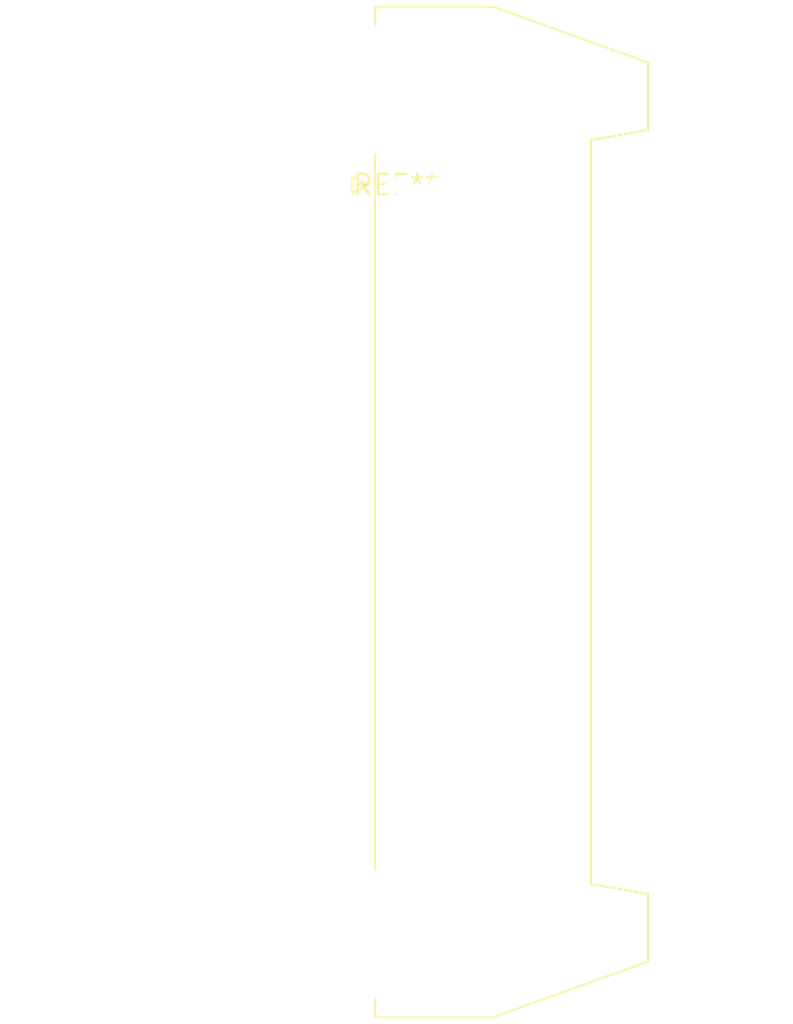
<source format=kicad_pcb>
(kicad_pcb (version 20240108) (generator pcbnew)
  (layers (0 "F.Cu" signal) (31 "B.Cu" signal) (34 "B.Paste" user) (35 "F.Paste" user) (36 "B.SilkS" user "B.Silkscreen") (37 "F.SilkS" user "F.Silkscreen") (38 "B.Mask" user) (39 "F.Mask" user) (44 "Edge.Cuts" user))
  (net 0 "")
  (footprint "IDC-Header_2x17-1MP_P2.54mm_Latch_Horizontal" (layer "F.Cu") (at 0 0)
    (property "Reference" "REF**")
    (property "Value" "IDC-Header_2x17-1MP_P2.54mm_Latch_Horizontal")
    (fp_line (start -2.74 -0.5) (end -2.74 0.5) (layer "F.SilkS") (stroke (width 0.12)))
    (fp_line (start -2.74 0.5) (end -1.74 0) (layer "F.SilkS") (stroke (width 0.12)))
    (fp_line (start -1.74 0) (end -2.74 -0.5) (layer "F.SilkS") (stroke (width 0.12)))
    (fp_line (start -1.35 -11.08) (end -1.35 -9.905) (layer "F.SilkS") (stroke (width 0.12)))
    (fp_line (start -1.35 -11.08) (end 5.98 -11.08) (layer "F.SilkS") (stroke (width 0.12)))
    (fp_line (start -1.35 -1.905) (end -1.35 42.545) (layer "F.SilkS") (stroke (width 0.12)))
    (fp_line (start -1.35 50.545) (end -1.35 51.72) (layer "F.SilkS") (stroke (width 0.12)))
    (fp_line (start 5.98 -11.08) (end 15.64 -7.61) (layer "F.SilkS") (stroke (width 0.12)))
    (fp_line (start 5.98 51.72) (end -1.35 51.72) (layer "F.SilkS") (stroke (width 0.12)))
    (fp_line (start 12.08 -2.79) (end 12.08 43.43) (layer "F.SilkS") (stroke (width 0.12)))
    (fp_line (start 12.08 43.43) (end 15.64 44.06) (layer "F.SilkS") (stroke (width 0.12)))
    (fp_line (start 15.64 -7.61) (end 15.64 -3.42) (layer "F.SilkS") (stroke (width 0.12)))
    (fp_line (start 15.64 -3.42) (end 12.08 -2.79) (layer "F.SilkS") (stroke (width 0.12)))
    (fp_line (start 15.64 44.06) (end 15.64 48.25) (layer "F.SilkS") (stroke (width 0.12)))
    (fp_line (start 15.64 48.25) (end 5.98 51.72) (layer "F.SilkS") (stroke (width 0.12)))
    (pad "1" thru_hole roundrect (at 0 0) (size 1.7 1.7) (drill 1) (layers *.Cu *.Mask) (remove_unused_layers) (roundrect_rratio 0.147059))
    (pad "2" thru_hole circle (at 2.54 0) (size 1.7 1.7) (drill 1) (layers *.Cu *.Mask) (remove_unused_layers))
    (pad "3" thru_hole circle (at 0 2.54) (size 1.7 1.7) (drill 1) (layers *.Cu *.Mask) (remove_unused_layers))
    (pad "4" thru_hole circle (at 2.54 2.54) (size 1.7 1.7) (drill 1) (layers *.Cu *.Mask) (remove_unused_layers))
    (pad "5" thru_hole circle (at 0 5.08) (size 1.7 1.7) (drill 1) (layers *.Cu *.Mask) (remove_unused_layers))
    (pad "6" thru_hole circle (at 2.54 5.08) (size 1.7 1.7) (drill 1) (layers *.Cu *.Mask) (remove_unused_layers))
    (pad "7" thru_hole circle (at 0 7.62) (size 1.7 1.7) (drill 1) (layers *.Cu *.Mask) (remove_unused_layers))
    (pad "8" thru_hole circle (at 2.54 7.62) (size 1.7 1.7) (drill 1) (layers *.Cu *.Mask) (remove_unused_layers))
    (pad "9" thru_hole circle (at 0 10.16) (size 1.7 1.7) (drill 1) (layers *.Cu *.Mask) (remove_unused_layers))
    (pad "10" thru_hole circle (at 2.54 10.16) (size 1.7 1.7) (drill 1) (layers *.Cu *.Mask) (remove_unused_layers))
    (pad "11" thru_hole circle (at 0 12.7) (size 1.7 1.7) (drill 1) (layers *.Cu *.Mask) (remove_unused_layers))
    (pad "12" thru_hole circle (at 2.54 12.7) (size 1.7 1.7) (drill 1) (layers *.Cu *.Mask) (remove_unused_layers))
    (pad "13" thru_hole circle (at 0 15.24) (size 1.7 1.7) (drill 1) (layers *.Cu *.Mask) (remove_unused_layers))
    (pad "14" thru_hole circle (at 2.54 15.24) (size 1.7 1.7) (drill 1) (layers *.Cu *.Mask) (remove_unused_layers))
    (pad "15" thru_hole circle (at 0 17.78) (size 1.7 1.7) (drill 1) (layers *.Cu *.Mask) (remove_unused_layers))
    (pad "16" thru_hole circle (at 2.54 17.78) (size 1.7 1.7) (drill 1) (layers *.Cu *.Mask) (remove_unused_layers))
    (pad "17" thru_hole circle (at 0 20.32) (size 1.7 1.7) (drill 1) (layers *.Cu *.Mask) (remove_unused_layers))
    (pad "18" thru_hole circle (at 2.54 20.32) (size 1.7 1.7) (drill 1) (layers *.Cu *.Mask) (remove_unused_layers))
    (pad "19" thru_hole circle (at 0 22.86) (size 1.7 1.7) (drill 1) (layers *.Cu *.Mask) (remove_unused_layers))
    (pad "20" thru_hole circle (at 2.54 22.86) (size 1.7 1.7) (drill 1) (layers *.Cu *.Mask) (remove_unused_layers))
    (pad "21" thru_hole circle (at 0 25.4) (size 1.7 1.7) (drill 1) (layers *.Cu *.Mask) (remove_unused_layers))
    (pad "22" thru_hole circle (at 2.54 25.4) (size 1.7 1.7) (drill 1) (layers *.Cu *.Mask) (remove_unused_layers))
    (pad "23" thru_hole circle (at 0 27.94) (size 1.7 1.7) (drill 1) (layers *.Cu *.Mask) (remove_unused_layers))
    (pad "24" thru_hole circle (at 2.54 27.94) (size 1.7 1.7) (drill 1) (layers *.Cu *.Mask) (remove_unused_layers))
    (pad "25" thru_hole circle (at 0 30.48) (size 1.7 1.7) (drill 1) (layers *.Cu *.Mask) (remove_unused_layers))
    (pad "26" thru_hole circle (at 2.54 30.48) (size 1.7 1.7) (drill 1) (layers *.Cu *.Mask) (remove_unused_layers))
    (pad "27" thru_hole circle (at 0 33.02) (size 1.7 1.7) (drill 1) (layers *.Cu *.Mask) (remove_unused_layers))
    (pad "28" thru_hole circle (at 2.54 33.02) (size 1.7 1.7) (drill 1) (layers *.Cu *.Mask) (remove_unused_layers))
    (pad "29" thru_hole circle (at 0 35.56) (size 1.7 1.7) (drill 1) (layers *.Cu *.Mask) (remove_unused_layers))
    (pad "30" thru_hole circle (at 2.54 35.56) (size 1.7 1.7) (drill 1) (layers *.Cu *.Mask) (remove_unused_layers))
    (pad "31" thru_hole circle (at 0 38.1) (size 1.7 1.7) (drill 1) (layers *.Cu *.Mask) (remove_unused_layers))
    (pad "32" thru_hole circle (at 2.54 38.1) (size 1.7 1.7) (drill 1) (layers *.Cu *.Mask) (remove_unused_layers))
    (pad "33" thru_hole circle (at 0 40.64) (size 1.7 1.7) (drill 1) (layers *.Cu *.Mask) (remove_unused_layers))
    (pad "34" thru_hole circle (at 2.54 40.64) (size 1.7 1.7) (drill 1) (layers *.Cu *.Mask) (remove_unused_layers))
    (pad "MP" thru_hole circle (at 1.8 -5.905) (size 8 8) (drill 2.69) (layers *.Cu *.Mask) (remove_unused_layers))
    (pad "MP" thru_hole circle (at 1.8 46.545) (size 8 8) (drill 2.69) (layers *.Cu *.Mask) (remove_unused_layers))
  )
)
</source>
